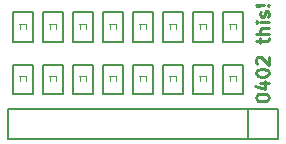
<source format=gto>
G04 #@! TF.FileFunction,Legend,Top*
%FSLAX46Y46*%
G04 Gerber Fmt 4.6, Leading zero omitted, Abs format (unit mm)*
G04 Created by KiCad (PCBNEW (2015-04-05 BZR 5576)-product) date Tue 07 Apr 2015 01:01:35 AM CEST*
%MOMM*%
G01*
G04 APERTURE LIST*
%ADD10C,0.150000*%
%ADD11C,0.250000*%
%ADD12C,0.200000*%
%ADD13C,0.100000*%
%ADD14R,1.650000X1.650000*%
%ADD15C,1.650000*%
%ADD16R,0.800000X0.600000*%
G04 APERTURE END LIST*
D10*
D11*
X100997619Y-89223809D02*
X100997619Y-89119048D01*
X101050000Y-89014286D01*
X101102381Y-88961905D01*
X101207143Y-88909524D01*
X101416667Y-88857143D01*
X101678571Y-88857143D01*
X101888095Y-88909524D01*
X101992857Y-88961905D01*
X102045238Y-89014286D01*
X102097619Y-89119048D01*
X102097619Y-89223809D01*
X102045238Y-89328571D01*
X101992857Y-89380952D01*
X101888095Y-89433333D01*
X101678571Y-89485714D01*
X101416667Y-89485714D01*
X101207143Y-89433333D01*
X101102381Y-89380952D01*
X101050000Y-89328571D01*
X100997619Y-89223809D01*
X101364286Y-87914286D02*
X102097619Y-87914286D01*
X100945238Y-88176190D02*
X101730952Y-88438095D01*
X101730952Y-87757143D01*
X100997619Y-87128571D02*
X100997619Y-87023810D01*
X101050000Y-86919048D01*
X101102381Y-86866667D01*
X101207143Y-86814286D01*
X101416667Y-86761905D01*
X101678571Y-86761905D01*
X101888095Y-86814286D01*
X101992857Y-86866667D01*
X102045238Y-86919048D01*
X102097619Y-87023810D01*
X102097619Y-87128571D01*
X102045238Y-87233333D01*
X101992857Y-87285714D01*
X101888095Y-87338095D01*
X101678571Y-87390476D01*
X101416667Y-87390476D01*
X101207143Y-87338095D01*
X101102381Y-87285714D01*
X101050000Y-87233333D01*
X100997619Y-87128571D01*
X101102381Y-86342857D02*
X101050000Y-86290476D01*
X100997619Y-86185714D01*
X100997619Y-85923810D01*
X101050000Y-85819048D01*
X101102381Y-85766667D01*
X101207143Y-85714286D01*
X101311905Y-85714286D01*
X101469048Y-85766667D01*
X102097619Y-86395238D01*
X102097619Y-85714286D01*
X101364286Y-84561905D02*
X101364286Y-84142857D01*
X100997619Y-84404762D02*
X101940476Y-84404762D01*
X102045238Y-84352381D01*
X102097619Y-84247619D01*
X102097619Y-84142857D01*
X102097619Y-83776191D02*
X100997619Y-83776191D01*
X102097619Y-83304763D02*
X101521429Y-83304763D01*
X101416667Y-83357144D01*
X101364286Y-83461906D01*
X101364286Y-83619048D01*
X101416667Y-83723810D01*
X101469048Y-83776191D01*
X102097619Y-82780953D02*
X101364286Y-82780953D01*
X100997619Y-82780953D02*
X101050000Y-82833334D01*
X101102381Y-82780953D01*
X101050000Y-82728572D01*
X100997619Y-82780953D01*
X101102381Y-82780953D01*
X102045238Y-82309524D02*
X102097619Y-82204762D01*
X102097619Y-81995238D01*
X102045238Y-81890477D01*
X101940476Y-81838096D01*
X101888095Y-81838096D01*
X101783333Y-81890477D01*
X101730952Y-81995238D01*
X101730952Y-82152381D01*
X101678571Y-82257143D01*
X101573810Y-82309524D01*
X101521429Y-82309524D01*
X101416667Y-82257143D01*
X101364286Y-82152381D01*
X101364286Y-81995238D01*
X101416667Y-81890477D01*
X101992857Y-81366667D02*
X102045238Y-81314286D01*
X102097619Y-81366667D01*
X102045238Y-81419048D01*
X101992857Y-81366667D01*
X102097619Y-81366667D01*
X101678571Y-81366667D02*
X101050000Y-81419048D01*
X100997619Y-81366667D01*
X101050000Y-81314286D01*
X101678571Y-81366667D01*
X100997619Y-81366667D01*
D12*
X80010000Y-92710000D02*
X80010000Y-90170000D01*
X80010000Y-90170000D02*
X102870000Y-90170000D01*
X102870000Y-90170000D02*
X102870000Y-92710000D01*
X80010000Y-92710000D02*
X102870000Y-92710000D01*
X100330000Y-92710000D02*
X100330000Y-90170000D01*
X87210000Y-81935000D02*
X87210000Y-84435000D01*
X87210000Y-84435000D02*
X85510000Y-84435000D01*
X85510000Y-84435000D02*
X85510000Y-81935000D01*
X85510000Y-81935000D02*
X87210000Y-81935000D01*
D13*
X86055200Y-82631280D02*
X86055200Y-82931000D01*
X86055200Y-82931000D02*
X86654640Y-82931000D01*
X86654640Y-82631280D02*
X86654640Y-82931000D01*
X86055200Y-82631280D02*
X86654640Y-82631280D01*
X86055200Y-83441540D02*
X86055200Y-83743800D01*
X86055200Y-83743800D02*
X86654640Y-83743800D01*
X86654640Y-83441540D02*
X86654640Y-83743800D01*
X86055200Y-83441540D02*
X86654640Y-83441540D01*
X86583520Y-82941160D02*
X86583520Y-83428840D01*
X86136480Y-83428840D02*
X86136480Y-82941160D01*
D12*
X82130000Y-86380000D02*
X82130000Y-88880000D01*
X82130000Y-88880000D02*
X80430000Y-88880000D01*
X80430000Y-88880000D02*
X80430000Y-86380000D01*
X80430000Y-86380000D02*
X82130000Y-86380000D01*
D13*
X80975200Y-87076280D02*
X80975200Y-87376000D01*
X80975200Y-87376000D02*
X81574640Y-87376000D01*
X81574640Y-87076280D02*
X81574640Y-87376000D01*
X80975200Y-87076280D02*
X81574640Y-87076280D01*
X80975200Y-87886540D02*
X80975200Y-88188800D01*
X80975200Y-88188800D02*
X81574640Y-88188800D01*
X81574640Y-87886540D02*
X81574640Y-88188800D01*
X80975200Y-87886540D02*
X81574640Y-87886540D01*
X81503520Y-87386160D02*
X81503520Y-87873840D01*
X81056480Y-87873840D02*
X81056480Y-87386160D01*
D12*
X97370000Y-86380000D02*
X97370000Y-88880000D01*
X97370000Y-88880000D02*
X95670000Y-88880000D01*
X95670000Y-88880000D02*
X95670000Y-86380000D01*
X95670000Y-86380000D02*
X97370000Y-86380000D01*
D13*
X96215200Y-87076280D02*
X96215200Y-87376000D01*
X96215200Y-87376000D02*
X96814640Y-87376000D01*
X96814640Y-87076280D02*
X96814640Y-87376000D01*
X96215200Y-87076280D02*
X96814640Y-87076280D01*
X96215200Y-87886540D02*
X96215200Y-88188800D01*
X96215200Y-88188800D02*
X96814640Y-88188800D01*
X96814640Y-87886540D02*
X96814640Y-88188800D01*
X96215200Y-87886540D02*
X96814640Y-87886540D01*
X96743520Y-87386160D02*
X96743520Y-87873840D01*
X96296480Y-87873840D02*
X96296480Y-87386160D01*
D12*
X84670000Y-86380000D02*
X84670000Y-88880000D01*
X84670000Y-88880000D02*
X82970000Y-88880000D01*
X82970000Y-88880000D02*
X82970000Y-86380000D01*
X82970000Y-86380000D02*
X84670000Y-86380000D01*
D13*
X83515200Y-87076280D02*
X83515200Y-87376000D01*
X83515200Y-87376000D02*
X84114640Y-87376000D01*
X84114640Y-87076280D02*
X84114640Y-87376000D01*
X83515200Y-87076280D02*
X84114640Y-87076280D01*
X83515200Y-87886540D02*
X83515200Y-88188800D01*
X83515200Y-88188800D02*
X84114640Y-88188800D01*
X84114640Y-87886540D02*
X84114640Y-88188800D01*
X83515200Y-87886540D02*
X84114640Y-87886540D01*
X84043520Y-87386160D02*
X84043520Y-87873840D01*
X83596480Y-87873840D02*
X83596480Y-87386160D01*
D12*
X87210000Y-86380000D02*
X87210000Y-88880000D01*
X87210000Y-88880000D02*
X85510000Y-88880000D01*
X85510000Y-88880000D02*
X85510000Y-86380000D01*
X85510000Y-86380000D02*
X87210000Y-86380000D01*
D13*
X86055200Y-87076280D02*
X86055200Y-87376000D01*
X86055200Y-87376000D02*
X86654640Y-87376000D01*
X86654640Y-87076280D02*
X86654640Y-87376000D01*
X86055200Y-87076280D02*
X86654640Y-87076280D01*
X86055200Y-87886540D02*
X86055200Y-88188800D01*
X86055200Y-88188800D02*
X86654640Y-88188800D01*
X86654640Y-87886540D02*
X86654640Y-88188800D01*
X86055200Y-87886540D02*
X86654640Y-87886540D01*
X86583520Y-87386160D02*
X86583520Y-87873840D01*
X86136480Y-87873840D02*
X86136480Y-87386160D01*
D12*
X89750000Y-86380000D02*
X89750000Y-88880000D01*
X89750000Y-88880000D02*
X88050000Y-88880000D01*
X88050000Y-88880000D02*
X88050000Y-86380000D01*
X88050000Y-86380000D02*
X89750000Y-86380000D01*
D13*
X88595200Y-87076280D02*
X88595200Y-87376000D01*
X88595200Y-87376000D02*
X89194640Y-87376000D01*
X89194640Y-87076280D02*
X89194640Y-87376000D01*
X88595200Y-87076280D02*
X89194640Y-87076280D01*
X88595200Y-87886540D02*
X88595200Y-88188800D01*
X88595200Y-88188800D02*
X89194640Y-88188800D01*
X89194640Y-87886540D02*
X89194640Y-88188800D01*
X88595200Y-87886540D02*
X89194640Y-87886540D01*
X89123520Y-87386160D02*
X89123520Y-87873840D01*
X88676480Y-87873840D02*
X88676480Y-87386160D01*
D12*
X92290000Y-86380000D02*
X92290000Y-88880000D01*
X92290000Y-88880000D02*
X90590000Y-88880000D01*
X90590000Y-88880000D02*
X90590000Y-86380000D01*
X90590000Y-86380000D02*
X92290000Y-86380000D01*
D13*
X91135200Y-87076280D02*
X91135200Y-87376000D01*
X91135200Y-87376000D02*
X91734640Y-87376000D01*
X91734640Y-87076280D02*
X91734640Y-87376000D01*
X91135200Y-87076280D02*
X91734640Y-87076280D01*
X91135200Y-87886540D02*
X91135200Y-88188800D01*
X91135200Y-88188800D02*
X91734640Y-88188800D01*
X91734640Y-87886540D02*
X91734640Y-88188800D01*
X91135200Y-87886540D02*
X91734640Y-87886540D01*
X91663520Y-87386160D02*
X91663520Y-87873840D01*
X91216480Y-87873840D02*
X91216480Y-87386160D01*
D12*
X94830000Y-86380000D02*
X94830000Y-88880000D01*
X94830000Y-88880000D02*
X93130000Y-88880000D01*
X93130000Y-88880000D02*
X93130000Y-86380000D01*
X93130000Y-86380000D02*
X94830000Y-86380000D01*
D13*
X93675200Y-87076280D02*
X93675200Y-87376000D01*
X93675200Y-87376000D02*
X94274640Y-87376000D01*
X94274640Y-87076280D02*
X94274640Y-87376000D01*
X93675200Y-87076280D02*
X94274640Y-87076280D01*
X93675200Y-87886540D02*
X93675200Y-88188800D01*
X93675200Y-88188800D02*
X94274640Y-88188800D01*
X94274640Y-87886540D02*
X94274640Y-88188800D01*
X93675200Y-87886540D02*
X94274640Y-87886540D01*
X94203520Y-87386160D02*
X94203520Y-87873840D01*
X93756480Y-87873840D02*
X93756480Y-87386160D01*
D12*
X99910000Y-86380000D02*
X99910000Y-88880000D01*
X99910000Y-88880000D02*
X98210000Y-88880000D01*
X98210000Y-88880000D02*
X98210000Y-86380000D01*
X98210000Y-86380000D02*
X99910000Y-86380000D01*
D13*
X98755200Y-87076280D02*
X98755200Y-87376000D01*
X98755200Y-87376000D02*
X99354640Y-87376000D01*
X99354640Y-87076280D02*
X99354640Y-87376000D01*
X98755200Y-87076280D02*
X99354640Y-87076280D01*
X98755200Y-87886540D02*
X98755200Y-88188800D01*
X98755200Y-88188800D02*
X99354640Y-88188800D01*
X99354640Y-87886540D02*
X99354640Y-88188800D01*
X98755200Y-87886540D02*
X99354640Y-87886540D01*
X99283520Y-87386160D02*
X99283520Y-87873840D01*
X98836480Y-87873840D02*
X98836480Y-87386160D01*
D12*
X82130000Y-81935000D02*
X82130000Y-84435000D01*
X82130000Y-84435000D02*
X80430000Y-84435000D01*
X80430000Y-84435000D02*
X80430000Y-81935000D01*
X80430000Y-81935000D02*
X82130000Y-81935000D01*
D13*
X80975200Y-82631280D02*
X80975200Y-82931000D01*
X80975200Y-82931000D02*
X81574640Y-82931000D01*
X81574640Y-82631280D02*
X81574640Y-82931000D01*
X80975200Y-82631280D02*
X81574640Y-82631280D01*
X80975200Y-83441540D02*
X80975200Y-83743800D01*
X80975200Y-83743800D02*
X81574640Y-83743800D01*
X81574640Y-83441540D02*
X81574640Y-83743800D01*
X80975200Y-83441540D02*
X81574640Y-83441540D01*
X81503520Y-82941160D02*
X81503520Y-83428840D01*
X81056480Y-83428840D02*
X81056480Y-82941160D01*
D12*
X84670000Y-81935000D02*
X84670000Y-84435000D01*
X84670000Y-84435000D02*
X82970000Y-84435000D01*
X82970000Y-84435000D02*
X82970000Y-81935000D01*
X82970000Y-81935000D02*
X84670000Y-81935000D01*
D13*
X83515200Y-82631280D02*
X83515200Y-82931000D01*
X83515200Y-82931000D02*
X84114640Y-82931000D01*
X84114640Y-82631280D02*
X84114640Y-82931000D01*
X83515200Y-82631280D02*
X84114640Y-82631280D01*
X83515200Y-83441540D02*
X83515200Y-83743800D01*
X83515200Y-83743800D02*
X84114640Y-83743800D01*
X84114640Y-83441540D02*
X84114640Y-83743800D01*
X83515200Y-83441540D02*
X84114640Y-83441540D01*
X84043520Y-82941160D02*
X84043520Y-83428840D01*
X83596480Y-83428840D02*
X83596480Y-82941160D01*
D12*
X89750000Y-81935000D02*
X89750000Y-84435000D01*
X89750000Y-84435000D02*
X88050000Y-84435000D01*
X88050000Y-84435000D02*
X88050000Y-81935000D01*
X88050000Y-81935000D02*
X89750000Y-81935000D01*
D13*
X88595200Y-82631280D02*
X88595200Y-82931000D01*
X88595200Y-82931000D02*
X89194640Y-82931000D01*
X89194640Y-82631280D02*
X89194640Y-82931000D01*
X88595200Y-82631280D02*
X89194640Y-82631280D01*
X88595200Y-83441540D02*
X88595200Y-83743800D01*
X88595200Y-83743800D02*
X89194640Y-83743800D01*
X89194640Y-83441540D02*
X89194640Y-83743800D01*
X88595200Y-83441540D02*
X89194640Y-83441540D01*
X89123520Y-82941160D02*
X89123520Y-83428840D01*
X88676480Y-83428840D02*
X88676480Y-82941160D01*
D12*
X92290000Y-81935000D02*
X92290000Y-84435000D01*
X92290000Y-84435000D02*
X90590000Y-84435000D01*
X90590000Y-84435000D02*
X90590000Y-81935000D01*
X90590000Y-81935000D02*
X92290000Y-81935000D01*
D13*
X91135200Y-82631280D02*
X91135200Y-82931000D01*
X91135200Y-82931000D02*
X91734640Y-82931000D01*
X91734640Y-82631280D02*
X91734640Y-82931000D01*
X91135200Y-82631280D02*
X91734640Y-82631280D01*
X91135200Y-83441540D02*
X91135200Y-83743800D01*
X91135200Y-83743800D02*
X91734640Y-83743800D01*
X91734640Y-83441540D02*
X91734640Y-83743800D01*
X91135200Y-83441540D02*
X91734640Y-83441540D01*
X91663520Y-82941160D02*
X91663520Y-83428840D01*
X91216480Y-83428840D02*
X91216480Y-82941160D01*
D12*
X94830000Y-81935000D02*
X94830000Y-84435000D01*
X94830000Y-84435000D02*
X93130000Y-84435000D01*
X93130000Y-84435000D02*
X93130000Y-81935000D01*
X93130000Y-81935000D02*
X94830000Y-81935000D01*
D13*
X93675200Y-82631280D02*
X93675200Y-82931000D01*
X93675200Y-82931000D02*
X94274640Y-82931000D01*
X94274640Y-82631280D02*
X94274640Y-82931000D01*
X93675200Y-82631280D02*
X94274640Y-82631280D01*
X93675200Y-83441540D02*
X93675200Y-83743800D01*
X93675200Y-83743800D02*
X94274640Y-83743800D01*
X94274640Y-83441540D02*
X94274640Y-83743800D01*
X93675200Y-83441540D02*
X94274640Y-83441540D01*
X94203520Y-82941160D02*
X94203520Y-83428840D01*
X93756480Y-83428840D02*
X93756480Y-82941160D01*
D12*
X97370000Y-81935000D02*
X97370000Y-84435000D01*
X97370000Y-84435000D02*
X95670000Y-84435000D01*
X95670000Y-84435000D02*
X95670000Y-81935000D01*
X95670000Y-81935000D02*
X97370000Y-81935000D01*
D13*
X96215200Y-82631280D02*
X96215200Y-82931000D01*
X96215200Y-82931000D02*
X96814640Y-82931000D01*
X96814640Y-82631280D02*
X96814640Y-82931000D01*
X96215200Y-82631280D02*
X96814640Y-82631280D01*
X96215200Y-83441540D02*
X96215200Y-83743800D01*
X96215200Y-83743800D02*
X96814640Y-83743800D01*
X96814640Y-83441540D02*
X96814640Y-83743800D01*
X96215200Y-83441540D02*
X96814640Y-83441540D01*
X96743520Y-82941160D02*
X96743520Y-83428840D01*
X96296480Y-83428840D02*
X96296480Y-82941160D01*
D12*
X99910000Y-81935000D02*
X99910000Y-84435000D01*
X99910000Y-84435000D02*
X98210000Y-84435000D01*
X98210000Y-84435000D02*
X98210000Y-81935000D01*
X98210000Y-81935000D02*
X99910000Y-81935000D01*
D13*
X98755200Y-82631280D02*
X98755200Y-82931000D01*
X98755200Y-82931000D02*
X99354640Y-82931000D01*
X99354640Y-82631280D02*
X99354640Y-82931000D01*
X98755200Y-82631280D02*
X99354640Y-82631280D01*
X98755200Y-83441540D02*
X98755200Y-83743800D01*
X98755200Y-83743800D02*
X99354640Y-83743800D01*
X99354640Y-83441540D02*
X99354640Y-83743800D01*
X98755200Y-83441540D02*
X99354640Y-83441540D01*
X99283520Y-82941160D02*
X99283520Y-83428840D01*
X98836480Y-83428840D02*
X98836480Y-82941160D01*
%LPC*%
D14*
X101600000Y-91440000D03*
D15*
X99060000Y-91440000D03*
X96520000Y-91440000D03*
X93980000Y-91440000D03*
X91440000Y-91440000D03*
X88900000Y-91440000D03*
X86360000Y-91440000D03*
X83820000Y-91440000D03*
X81280000Y-91440000D03*
D16*
X86360000Y-82685000D03*
X86360000Y-83685000D03*
X81280000Y-87130000D03*
X81280000Y-88130000D03*
X96520000Y-87130000D03*
X96520000Y-88130000D03*
X83820000Y-87130000D03*
X83820000Y-88130000D03*
X86360000Y-87130000D03*
X86360000Y-88130000D03*
X88900000Y-87130000D03*
X88900000Y-88130000D03*
X91440000Y-87130000D03*
X91440000Y-88130000D03*
X93980000Y-87130000D03*
X93980000Y-88130000D03*
X99060000Y-87130000D03*
X99060000Y-88130000D03*
X81280000Y-82685000D03*
X81280000Y-83685000D03*
X83820000Y-82685000D03*
X83820000Y-83685000D03*
X88900000Y-82685000D03*
X88900000Y-83685000D03*
X91440000Y-82685000D03*
X91440000Y-83685000D03*
X93980000Y-82685000D03*
X93980000Y-83685000D03*
X96520000Y-82685000D03*
X96520000Y-83685000D03*
X99060000Y-82685000D03*
X99060000Y-83685000D03*
M02*

</source>
